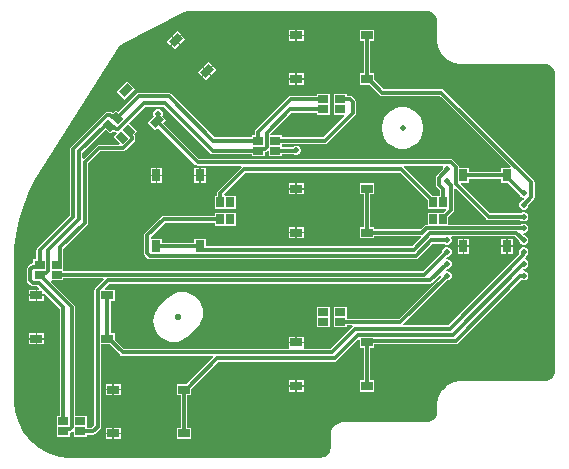
<source format=gtl>
G04*
G04 #@! TF.GenerationSoftware,Altium Limited,Altium Designer,24.4.1 (13)*
G04*
G04 Layer_Physical_Order=1*
G04 Layer_Color=255*
%FSLAX44Y44*%
%MOMM*%
G71*
G04*
G04 #@! TF.SameCoordinates,756635CD-87F4-41CE-B67A-FD93177F9C21*
G04*
G04*
G04 #@! TF.FilePolarity,Positive*
G04*
G01*
G75*
%ADD12R,0.7000X1.0000*%
G04:AMPARAMS|DCode=13|XSize=1mm|YSize=0.7mm|CornerRadius=0mm|HoleSize=0mm|Usage=FLASHONLY|Rotation=45.000|XOffset=0mm|YOffset=0mm|HoleType=Round|Shape=Rectangle|*
%AMROTATEDRECTD13*
4,1,4,-0.1061,-0.6010,-0.6010,-0.1061,0.1061,0.6010,0.6010,0.1061,-0.1061,-0.6010,0.0*
%
%ADD13ROTATEDRECTD13*%

%ADD14R,1.0000X0.7000*%
%ADD15R,0.8500X0.6500*%
G04:AMPARAMS|DCode=16|XSize=0.65mm|YSize=0.85mm|CornerRadius=0mm|HoleSize=0mm|Usage=FLASHONLY|Rotation=45.000|XOffset=0mm|YOffset=0mm|HoleType=Round|Shape=Rectangle|*
%AMROTATEDRECTD16*
4,1,4,0.0707,-0.5303,-0.5303,0.0707,-0.0707,0.5303,0.5303,-0.0707,0.0707,-0.5303,0.0*
%
%ADD16ROTATEDRECTD16*%

%ADD17R,0.6500X0.8500*%
%ADD20C,0.3000*%
%ADD21C,0.5000*%
G04:AMPARAMS|DCode=22|XSize=0.5mm|YSize=0.5mm|CornerRadius=0.125mm|HoleSize=0mm|Usage=FLASHONLY|Rotation=45.000|XOffset=0mm|YOffset=0mm|HoleType=Round|Shape=RoundedRectangle|*
%AMROUNDEDRECTD22*
21,1,0.5000,0.2500,0,0,45.0*
21,1,0.2500,0.5000,0,0,45.0*
1,1,0.2500,0.1768,0.0000*
1,1,0.2500,0.0000,-0.1768*
1,1,0.2500,-0.1768,0.0000*
1,1,0.2500,0.0000,0.1768*
%
%ADD22ROUNDEDRECTD22*%
G36*
X352694Y378880D02*
X354374Y378184D01*
X355887Y377173D01*
X357173Y375887D01*
X358184Y374374D01*
X358880Y372694D01*
X359235Y370910D01*
Y355000D01*
X359245Y354950D01*
X359237Y354900D01*
X359327Y353064D01*
X359364Y352918D01*
Y352767D01*
X360080Y349166D01*
X360157Y348981D01*
X360196Y348784D01*
X361601Y345392D01*
X361713Y345225D01*
X361790Y345040D01*
X363829Y341987D01*
X363971Y341845D01*
X364083Y341678D01*
X366678Y339083D01*
X366845Y338971D01*
X366987Y338829D01*
X370040Y336790D01*
X370225Y336713D01*
X370392Y336601D01*
X373784Y335196D01*
X373981Y335157D01*
X374166Y335080D01*
X377767Y334364D01*
X377918D01*
X378064Y334327D01*
X379900Y334237D01*
X379950Y334245D01*
X380000Y334235D01*
X450910D01*
X452694Y333880D01*
X454374Y333184D01*
X455887Y332173D01*
X457173Y330887D01*
X458184Y329374D01*
X458880Y327694D01*
X459235Y325910D01*
Y325000D01*
Y75000D01*
Y74090D01*
X458880Y72306D01*
X458184Y70626D01*
X457173Y69113D01*
X455887Y67827D01*
X454374Y66816D01*
X452694Y66120D01*
X450910Y65765D01*
X380000D01*
X379950Y65755D01*
X379899Y65763D01*
X378057Y65672D01*
X377910Y65635D01*
X377759Y65635D01*
X374160Y64918D01*
X373974Y64841D01*
X373777Y64802D01*
X370387Y63396D01*
X370220Y63285D01*
X370034Y63208D01*
X366984Y61168D01*
X366842Y61026D01*
X366675Y60914D01*
X364080Y58319D01*
X363969Y58152D01*
X363827Y58010D01*
X361788Y54958D01*
X361711Y54772D01*
X361600Y54605D01*
X360196Y51215D01*
X360157Y51018D01*
X360080Y50832D01*
X359364Y47233D01*
Y47082D01*
X359327Y46935D01*
X359237Y45100D01*
X359245Y45050D01*
X359235Y45000D01*
X359235Y39090D01*
X358880Y37306D01*
X358184Y35626D01*
X357173Y34113D01*
X355887Y32827D01*
X354374Y31816D01*
X352694Y31120D01*
X350910Y30765D01*
X280000D01*
X279950Y30755D01*
X279899Y30763D01*
X279037Y30720D01*
X278890Y30683D01*
X278738Y30683D01*
X277062Y30348D01*
X276877Y30271D01*
X276680Y30232D01*
X275100Y29577D01*
X274933Y29465D01*
X274748Y29388D01*
X273327Y28438D01*
X273185Y28296D01*
X273018Y28184D01*
X271810Y26974D01*
X271699Y26807D01*
X271557Y26666D01*
X270607Y25244D01*
X270530Y25058D01*
X270419Y24891D01*
X269765Y23312D01*
X269726Y23115D01*
X269649Y22929D01*
X269316Y21252D01*
X269316Y21101D01*
X269279Y20955D01*
X269237Y20100D01*
X269245Y20050D01*
X269235Y20000D01*
X269235Y9090D01*
X268880Y7306D01*
X268184Y5626D01*
X267173Y4113D01*
X265887Y2827D01*
X264374Y1816D01*
X262694Y1120D01*
X260910Y765D01*
X49992D01*
X46766Y766D01*
X40367Y1609D01*
X34134Y3280D01*
X28172Y5750D01*
X22584Y8978D01*
X17464Y12907D01*
X12902Y17470D01*
X8973Y22590D01*
X5747Y28179D01*
X3278Y34142D01*
X1608Y40375D01*
X765Y46773D01*
Y50000D01*
Y164514D01*
X726Y164711D01*
X726Y164911D01*
X669Y165200D01*
X669Y169886D01*
X1308Y179635D01*
X2583Y189323D01*
X4490Y198906D01*
X7018Y208344D01*
X10159Y217596D01*
X13898Y226623D01*
X18220Y235386D01*
X20642Y239581D01*
X89043Y347497D01*
X89058Y347535D01*
X89085Y347565D01*
X89387Y348087D01*
X90122Y349041D01*
X90976Y349892D01*
X91932Y350625D01*
X92409Y350900D01*
X145320Y377965D01*
X145359Y377995D01*
X145406Y378011D01*
X145928Y378310D01*
X147041Y378769D01*
X148205Y379078D01*
X149398Y379235D01*
X150000D01*
X350000Y379235D01*
X350910D01*
X352694Y378880D01*
D02*
G37*
%LPC*%
G36*
X246270Y363270D02*
X240635D01*
Y359136D01*
X246270D01*
Y363270D01*
D02*
G37*
G36*
X239365D02*
X233730D01*
Y359136D01*
X239365D01*
Y363270D01*
D02*
G37*
G36*
X139192Y362101D02*
X135208Y358117D01*
X138132Y355193D01*
X142116Y359177D01*
X139192Y362101D01*
D02*
G37*
G36*
X246270Y357866D02*
X240635D01*
Y353730D01*
X246270D01*
Y357866D01*
D02*
G37*
G36*
X239365D02*
X233730D01*
Y353730D01*
X239365D01*
Y357866D01*
D02*
G37*
G36*
X143014Y358279D02*
X139030Y354295D01*
X141954Y351371D01*
X145938Y355355D01*
X143014Y358279D01*
D02*
G37*
G36*
X134310Y357219D02*
X130325Y353234D01*
X133249Y350310D01*
X137234Y354295D01*
X134310Y357219D01*
D02*
G37*
G36*
X138132Y353397D02*
X134147Y349412D01*
X137071Y346488D01*
X141056Y350473D01*
X138132Y353397D01*
D02*
G37*
G36*
X165355Y335938D02*
X161371Y331954D01*
X164295Y329030D01*
X168279Y333014D01*
X165355Y335938D01*
D02*
G37*
G36*
X169177Y332116D02*
X165193Y328131D01*
X168116Y325208D01*
X172101Y329192D01*
X169177Y332116D01*
D02*
G37*
G36*
X160473Y331055D02*
X156488Y327071D01*
X159412Y324147D01*
X163397Y328131D01*
X160473Y331055D01*
D02*
G37*
G36*
X246270Y326270D02*
X240635D01*
Y322135D01*
X246270D01*
Y326270D01*
D02*
G37*
G36*
X239365D02*
X233730D01*
Y322135D01*
X239365D01*
Y326270D01*
D02*
G37*
G36*
X164295Y327234D02*
X160310Y323249D01*
X163234Y320325D01*
X167218Y324310D01*
X164295Y327234D01*
D02*
G37*
G36*
X246270Y320865D02*
X240635D01*
Y316730D01*
X246270D01*
Y320865D01*
D02*
G37*
G36*
X239365D02*
X233730D01*
Y316730D01*
X239365D01*
Y320865D01*
D02*
G37*
G36*
X96766Y319675D02*
X87899Y310808D01*
X94645Y304062D01*
X103512Y312929D01*
X96766Y319675D01*
D02*
G37*
G36*
X132000Y309824D02*
X132000Y309824D01*
X106747D01*
X105666Y309609D01*
X104750Y308997D01*
X104750Y308997D01*
X89078Y293325D01*
X87172Y295231D01*
X84735Y292795D01*
X84508Y293022D01*
X83591Y293634D01*
X82510Y293850D01*
X82510Y293849D01*
X80025D01*
X80025Y293850D01*
X78944Y293634D01*
X78028Y293022D01*
X49003Y263997D01*
X48391Y263081D01*
X48176Y262000D01*
X48176Y262000D01*
Y206170D01*
X20753Y178747D01*
X20141Y177831D01*
X19926Y176750D01*
X19926Y176750D01*
Y168770D01*
X17230D01*
Y166420D01*
X16757Y165324D01*
X15677Y165109D01*
X14760Y164497D01*
X14760Y164497D01*
X13003Y162740D01*
X12391Y161824D01*
X12176Y160743D01*
X12176Y160742D01*
Y151000D01*
X12176Y151000D01*
X12391Y149919D01*
X13003Y149003D01*
X15003Y147003D01*
X15003Y147003D01*
X15919Y146391D01*
X17000Y146176D01*
X20830D01*
X22563Y144443D01*
X22077Y143270D01*
X20635D01*
Y139135D01*
X26410D01*
X27443Y139563D01*
X39926Y127080D01*
Y36270D01*
X37230D01*
Y27230D01*
Y18730D01*
X48270D01*
Y22181D01*
X49323Y22391D01*
X50240Y23003D01*
X50557Y23320D01*
X51730Y22834D01*
Y18730D01*
X62770D01*
Y20426D01*
X68250D01*
X68250Y20426D01*
X69331Y20641D01*
X70247Y21253D01*
X73997Y25003D01*
X74609Y25919D01*
X74824Y27000D01*
Y96730D01*
X82276D01*
X91003Y88003D01*
X91003Y88003D01*
X91919Y87391D01*
X93000Y87176D01*
X93000Y87176D01*
X169386D01*
X169912Y85906D01*
X147276Y63270D01*
X138730D01*
Y53730D01*
X142176D01*
Y26270D01*
X138730D01*
Y16730D01*
X151270D01*
Y26270D01*
X147824D01*
Y53730D01*
X151270D01*
Y59276D01*
X174170Y82176D01*
X272500D01*
X272500Y82176D01*
X273581Y82391D01*
X274497Y83003D01*
X292460Y100966D01*
X293730Y100440D01*
Y93730D01*
X297176D01*
Y66270D01*
X293730D01*
Y56730D01*
X306270D01*
Y66270D01*
X302824D01*
Y93730D01*
X306270D01*
Y97176D01*
X375000D01*
X375000Y97176D01*
X376081Y97391D01*
X376997Y98003D01*
X430495Y151501D01*
X431704Y151000D01*
X433296D01*
X434766Y151609D01*
X435891Y152734D01*
X436500Y154204D01*
Y155796D01*
X435891Y157266D01*
X434766Y158391D01*
X433296Y159000D01*
X433010D01*
X432382Y160270D01*
X432833Y160861D01*
X433435D01*
X434905Y161470D01*
X436030Y162595D01*
X436639Y164065D01*
Y165657D01*
X436030Y167127D01*
X434905Y168252D01*
X434295Y168505D01*
X433997Y170003D01*
X434114Y170120D01*
X434114Y170120D01*
X434727Y171036D01*
X434859Y171702D01*
X435891Y172734D01*
X436500Y174204D01*
Y175796D01*
X435891Y177266D01*
X434766Y178391D01*
X433296Y179000D01*
X431704D01*
X430234Y178391D01*
X429109Y177266D01*
X428500Y175796D01*
Y174204D01*
X429001Y172995D01*
X368830Y112824D01*
X331071D01*
X330588Y114094D01*
X367494Y151000D01*
X368296D01*
X369766Y151609D01*
X370891Y152734D01*
X371500Y154204D01*
Y155796D01*
X370891Y157266D01*
X369766Y158391D01*
X368296Y159000D01*
X367530D01*
X367024Y160159D01*
X367693Y161000D01*
X368296D01*
X369766Y161609D01*
X370891Y162734D01*
X371500Y164204D01*
Y165796D01*
X370891Y167266D01*
X369766Y168391D01*
X368296Y169000D01*
X367530D01*
X367024Y170160D01*
X367693Y171000D01*
X368296D01*
X369766Y171609D01*
X370891Y172734D01*
X371500Y174204D01*
Y175796D01*
X370891Y177266D01*
X369766Y178391D01*
X368296Y179000D01*
X366704D01*
X365234Y178391D01*
X364109Y177266D01*
X363500Y175796D01*
Y174994D01*
X347080Y158574D01*
X42770D01*
Y165727D01*
X42824Y166000D01*
Y177830D01*
X62997Y198003D01*
X62997Y198003D01*
X63609Y198919D01*
X63824Y200000D01*
Y249830D01*
X74170Y260176D01*
X93464D01*
X93464Y260176D01*
X94545Y260391D01*
X95462Y261003D01*
X102754Y268296D01*
X102754Y268296D01*
X103367Y269212D01*
X103582Y270293D01*
X103582Y270293D01*
Y272778D01*
X103367Y273859D01*
X102787Y274727D01*
X105231Y277172D01*
X98198Y284204D01*
X112170Y298176D01*
X127830D01*
X167253Y258753D01*
X168169Y258141D01*
X169250Y257926D01*
X169250Y257926D01*
X202230D01*
Y256230D01*
X213270D01*
Y259681D01*
X214323Y259891D01*
X215240Y260503D01*
X215557Y260820D01*
X216730Y260334D01*
Y256230D01*
X227770D01*
Y258051D01*
X237292D01*
X237734Y257609D01*
X239204Y257000D01*
X240796D01*
X242266Y257609D01*
X243391Y258734D01*
X244000Y260204D01*
Y261796D01*
X243391Y263266D01*
X242266Y264391D01*
X240796Y265000D01*
X239204D01*
X237734Y264391D01*
X237042Y263699D01*
X227770D01*
Y266426D01*
X264250D01*
X264250Y266426D01*
X265331Y266641D01*
X266247Y267253D01*
X289997Y291003D01*
X290609Y291919D01*
X290824Y293000D01*
X290824Y293000D01*
Y302000D01*
X290609Y303081D01*
X289997Y303997D01*
X289997Y303997D01*
X287747Y306247D01*
X286831Y306859D01*
X285750Y307074D01*
X285750Y307074D01*
X282770D01*
Y308770D01*
X271730D01*
Y299730D01*
Y291230D01*
X280576D01*
X281063Y290057D01*
X263080Y272074D01*
X227770D01*
Y273770D01*
X218331D01*
X218034Y275040D01*
X235920Y292926D01*
X257230D01*
Y291230D01*
X268270D01*
Y299730D01*
Y308770D01*
X257230D01*
Y307074D01*
X235250D01*
X235250Y307074D01*
X234169Y306859D01*
X233253Y306247D01*
X205753Y278747D01*
X205141Y277831D01*
X204926Y276750D01*
X204926Y276750D01*
Y273770D01*
X202230D01*
Y272074D01*
X170920D01*
X133997Y308997D01*
X133081Y309609D01*
X132000Y309824D01*
D02*
G37*
G36*
X331724Y297500D02*
X328276D01*
X324895Y296828D01*
X321711Y295508D01*
X318844Y293593D01*
X316407Y291156D01*
X314492Y288289D01*
X313172Y285105D01*
X312500Y281724D01*
Y278276D01*
X313172Y274895D01*
X314492Y271711D01*
X316407Y268844D01*
X318844Y266407D01*
X321711Y264492D01*
X324895Y263172D01*
X328276Y262500D01*
X331724D01*
X335105Y263172D01*
X338289Y264492D01*
X341156Y266407D01*
X343593Y268844D01*
X345508Y271711D01*
X346828Y274895D01*
X347500Y278276D01*
Y281724D01*
X346828Y285105D01*
X345508Y288289D01*
X343593Y291156D01*
X341156Y293593D01*
X338289Y295508D01*
X335105Y296828D01*
X331724Y297500D01*
D02*
G37*
G36*
X306270Y363270D02*
X293730D01*
Y353730D01*
X297176D01*
Y326270D01*
X293730D01*
Y316730D01*
X302276D01*
X311003Y308003D01*
X311919Y307391D01*
X313000Y307176D01*
X361830D01*
X421563Y247443D01*
X421077Y246270D01*
X413730D01*
Y242824D01*
X386270D01*
Y246270D01*
X377824D01*
Y247000D01*
X377609Y248081D01*
X376997Y248997D01*
X376997Y248997D01*
X372997Y252997D01*
X372081Y253609D01*
X371000Y253824D01*
X371000Y253824D01*
X157743D01*
X127238Y284329D01*
X129675Y286766D01*
X126516Y289924D01*
X126929Y290920D01*
Y292511D01*
X126320Y293981D01*
X125195Y295107D01*
X123725Y295716D01*
X122133D01*
X120663Y295107D01*
X119538Y293981D01*
X118929Y292511D01*
Y290920D01*
X119341Y289924D01*
X114062Y284645D01*
X120808Y277899D01*
X123244Y280335D01*
X154576Y249003D01*
X154577Y249003D01*
X155493Y248391D01*
X156574Y248176D01*
X156574Y248176D01*
X193481D01*
X193872Y247292D01*
X193912Y246906D01*
X173753Y226747D01*
X173141Y225831D01*
X172926Y224750D01*
X172926Y224750D01*
Y222770D01*
X171230D01*
Y211730D01*
X188770D01*
Y222770D01*
X179560D01*
X179034Y224040D01*
X197170Y242176D01*
X327830D01*
X351230Y218776D01*
Y211730D01*
X366440D01*
X366966Y210460D01*
X364776Y208270D01*
X351230D01*
Y198094D01*
X350270D01*
X349189Y197879D01*
X348273Y197267D01*
X348273Y197267D01*
X345330Y194324D01*
X306270D01*
Y196270D01*
X302824D01*
Y223730D01*
X306270D01*
Y233270D01*
X293730D01*
Y223730D01*
X297176D01*
Y196270D01*
X293730D01*
Y186730D01*
X306270D01*
Y188676D01*
X345386D01*
X345912Y187406D01*
X338330Y179824D01*
X163270D01*
Y186270D01*
X153730D01*
Y182824D01*
X126270D01*
Y186270D01*
X116824D01*
Y187830D01*
X128920Y199926D01*
X171230D01*
Y197230D01*
X188770D01*
Y208270D01*
X171230D01*
Y205574D01*
X127750D01*
X127750Y205574D01*
X126669Y205359D01*
X125753Y204747D01*
X112003Y190997D01*
X111391Y190081D01*
X111176Y189000D01*
X111176Y189000D01*
Y174000D01*
X111176Y174000D01*
X111391Y172919D01*
X112003Y172003D01*
X114003Y170003D01*
X114003Y170003D01*
X114919Y169391D01*
X116000Y169176D01*
X341000D01*
X341000Y169176D01*
X342081Y169391D01*
X342997Y170003D01*
X355170Y182176D01*
X364667D01*
X365234Y181609D01*
X366704Y181000D01*
X368296D01*
X369766Y181609D01*
X370891Y182734D01*
X371500Y184204D01*
Y185796D01*
X371040Y186906D01*
X371641Y188176D01*
X425330D01*
X428500Y185006D01*
Y184204D01*
X429109Y182734D01*
X430234Y181609D01*
X431704Y181000D01*
X433296D01*
X434766Y181609D01*
X435891Y182734D01*
X436500Y184204D01*
Y185796D01*
X435891Y187266D01*
X434766Y188391D01*
X433296Y189000D01*
X432693D01*
X432024Y189840D01*
X432530Y191000D01*
X433296D01*
X434766Y191609D01*
X435891Y192734D01*
X436500Y194204D01*
Y195796D01*
X435891Y197266D01*
X434766Y198391D01*
X433296Y199000D01*
X431704D01*
X430234Y198391D01*
X429937Y198094D01*
X368770D01*
Y204276D01*
X372997Y208503D01*
X372997Y208503D01*
X373609Y209419D01*
X373824Y210500D01*
Y228522D01*
X374998Y229008D01*
X401003Y203003D01*
X401003Y203003D01*
X401919Y202391D01*
X403000Y202176D01*
X429667D01*
X430234Y201609D01*
X431704Y201000D01*
X433296D01*
X434766Y201609D01*
X435891Y202734D01*
X436500Y204204D01*
Y205796D01*
X435891Y207266D01*
X434766Y208391D01*
X433296Y209000D01*
X431704D01*
X430234Y208391D01*
X429667Y207824D01*
X404170D01*
X379437Y232557D01*
X379924Y233730D01*
X386270D01*
Y237176D01*
X413730D01*
Y233730D01*
X419276D01*
X428500Y224506D01*
Y224204D01*
X429109Y222734D01*
X430234Y221609D01*
X431704Y221000D01*
X432470D01*
X432976Y219841D01*
X432307Y219000D01*
X431704D01*
X430234Y218391D01*
X429109Y217266D01*
X428500Y215796D01*
Y214204D01*
X429109Y212734D01*
X430234Y211609D01*
X431704Y211000D01*
X433296D01*
X434766Y211609D01*
X435891Y212734D01*
X436500Y214204D01*
Y215006D01*
X440997Y219503D01*
X440997Y219503D01*
X441609Y220419D01*
X441824Y221500D01*
X441824Y221500D01*
Y234000D01*
X441824Y234000D01*
X441609Y235081D01*
X440997Y235997D01*
X440997Y235997D01*
X364997Y311997D01*
X364081Y312609D01*
X363000Y312824D01*
X363000Y312824D01*
X314170D01*
X306270Y320724D01*
Y326270D01*
X302824D01*
Y353730D01*
X306270D01*
Y363270D01*
D02*
G37*
G36*
X163270Y246270D02*
X159135D01*
Y240635D01*
X163270D01*
Y246270D01*
D02*
G37*
G36*
X157865D02*
X153730D01*
Y240635D01*
X157865D01*
Y246270D01*
D02*
G37*
G36*
X126270D02*
X122135D01*
Y240635D01*
X126270D01*
Y246270D01*
D02*
G37*
G36*
X120865D02*
X116730D01*
Y240635D01*
X120865D01*
Y246270D01*
D02*
G37*
G36*
X163270Y239365D02*
X159135D01*
Y233730D01*
X163270D01*
Y239365D01*
D02*
G37*
G36*
X157865D02*
X153730D01*
Y233730D01*
X157865D01*
Y239365D01*
D02*
G37*
G36*
X126270Y239365D02*
X122135D01*
Y233730D01*
X126270D01*
Y239365D01*
D02*
G37*
G36*
X120865D02*
X116730D01*
Y233730D01*
X120865D01*
Y239365D01*
D02*
G37*
G36*
X246270Y233270D02*
X240635D01*
Y229136D01*
X246270D01*
Y233270D01*
D02*
G37*
G36*
X239365D02*
X233730D01*
Y229136D01*
X239365D01*
Y233270D01*
D02*
G37*
G36*
X246270Y227866D02*
X240635D01*
Y223730D01*
X246270D01*
Y227866D01*
D02*
G37*
G36*
X239365D02*
X233730D01*
Y223730D01*
X239365D01*
Y227866D01*
D02*
G37*
G36*
X246270Y196270D02*
X240635D01*
Y192135D01*
X246270D01*
Y196270D01*
D02*
G37*
G36*
X239365D02*
X233730D01*
Y192135D01*
X239365D01*
Y196270D01*
D02*
G37*
G36*
X246270Y190865D02*
X240635D01*
Y186730D01*
X246270D01*
Y190865D01*
D02*
G37*
G36*
X239365D02*
X233730D01*
Y186730D01*
X239365D01*
Y190865D01*
D02*
G37*
G36*
X386270Y186270D02*
X382136D01*
Y180635D01*
X386270D01*
Y186270D01*
D02*
G37*
G36*
X380866D02*
X376730D01*
Y180635D01*
X380866D01*
Y186270D01*
D02*
G37*
G36*
X423270D02*
X419135D01*
Y180635D01*
X423270D01*
Y186270D01*
D02*
G37*
G36*
X417865D02*
X413730D01*
Y180635D01*
X417865D01*
Y186270D01*
D02*
G37*
G36*
X423270Y179365D02*
X419135D01*
Y173730D01*
X423270D01*
Y179365D01*
D02*
G37*
G36*
X417865D02*
X413730D01*
Y173730D01*
X417865D01*
Y179365D01*
D02*
G37*
G36*
X386270Y179365D02*
X382136D01*
Y173730D01*
X386270D01*
Y179365D01*
D02*
G37*
G36*
X380866D02*
X376730D01*
Y173730D01*
X380866D01*
Y179365D01*
D02*
G37*
G36*
X19366Y143270D02*
X13730D01*
Y139135D01*
X19366D01*
Y143270D01*
D02*
G37*
G36*
X26270Y137865D02*
X20635D01*
Y133730D01*
X26270D01*
Y137865D01*
D02*
G37*
G36*
X19366D02*
X13730D01*
Y133730D01*
X19366D01*
Y137865D01*
D02*
G37*
G36*
X26270Y106270D02*
X20635D01*
Y102136D01*
X26270D01*
Y106270D01*
D02*
G37*
G36*
X19366D02*
X13730D01*
Y102136D01*
X19366D01*
Y106270D01*
D02*
G37*
G36*
X26270Y100866D02*
X20635D01*
Y96730D01*
X26270D01*
Y100866D01*
D02*
G37*
G36*
X19366D02*
X13730D01*
Y96730D01*
X19366D01*
Y100866D01*
D02*
G37*
G36*
X246270Y66270D02*
X240635D01*
Y62135D01*
X246270D01*
Y66270D01*
D02*
G37*
G36*
X239365D02*
X233730D01*
Y62135D01*
X239365D01*
Y66270D01*
D02*
G37*
G36*
X91270Y63270D02*
X85635D01*
Y59135D01*
X91270D01*
Y63270D01*
D02*
G37*
G36*
X84365D02*
X78730D01*
Y59135D01*
X84365D01*
Y63270D01*
D02*
G37*
G36*
X246270Y60865D02*
X240635D01*
Y56730D01*
X246270D01*
Y60865D01*
D02*
G37*
G36*
X239365D02*
X233730D01*
Y56730D01*
X239365D01*
Y60865D01*
D02*
G37*
G36*
X91270Y57865D02*
X85635D01*
Y53730D01*
X91270D01*
Y57865D01*
D02*
G37*
G36*
X84365D02*
X78730D01*
Y53730D01*
X84365D01*
Y57865D01*
D02*
G37*
G36*
X91270Y26270D02*
X85635D01*
Y22134D01*
X91270D01*
Y26270D01*
D02*
G37*
G36*
X84365D02*
X78730D01*
Y22134D01*
X84365D01*
Y26270D01*
D02*
G37*
G36*
X91270Y20864D02*
X85635D01*
Y16730D01*
X91270D01*
Y20864D01*
D02*
G37*
G36*
X84365D02*
X78730D01*
Y16730D01*
X84365D01*
Y20864D01*
D02*
G37*
%LPD*%
G36*
X82575Y275022D02*
X85016Y277462D01*
X85909Y276866D01*
X86990Y276651D01*
X87438D01*
X87924Y275477D01*
X85022Y272575D01*
X90600Y266998D01*
X90114Y265824D01*
X73000D01*
X73000Y265824D01*
X71919Y265609D01*
X71003Y264997D01*
X60094Y254088D01*
X58824Y254615D01*
Y258972D01*
X78725Y278873D01*
X82575Y275022D01*
D02*
G37*
G36*
X362645Y154354D02*
X362681Y154175D01*
X327080Y118574D01*
X282770D01*
Y128770D01*
X271730D01*
Y119730D01*
Y111230D01*
X282770D01*
Y112926D01*
X287179D01*
X287662Y111656D01*
X268830Y92824D01*
X247150D01*
X246270Y93730D01*
X246270Y94094D01*
Y97866D01*
X240000D01*
X233730D01*
Y94094D01*
X233730Y93730D01*
X232850Y92824D01*
X94170D01*
X86270Y100724D01*
Y106270D01*
X82824D01*
Y133730D01*
X86270D01*
Y143270D01*
X78365D01*
X77879Y144443D01*
X81612Y148176D01*
X353500D01*
X353500Y148176D01*
X354581Y148391D01*
X355497Y149003D01*
X361267Y154773D01*
X362645Y154354D01*
D02*
G37*
G36*
X77200Y151752D02*
X72841Y147393D01*
X72772Y147379D01*
X71856Y146767D01*
X71856Y146767D01*
X70003Y144915D01*
X69391Y143998D01*
X69176Y142917D01*
X69176Y142917D01*
Y28170D01*
X67080Y26074D01*
X62770D01*
Y36270D01*
X52824D01*
Y128500D01*
X52824Y128500D01*
X52609Y129581D01*
X51997Y130497D01*
X51997Y130497D01*
X32534Y149960D01*
X33060Y151230D01*
X42770D01*
Y152926D01*
X76714D01*
X77200Y151752D01*
D02*
G37*
%LPC*%
G36*
X268270Y128770D02*
X257230D01*
Y119730D01*
Y111230D01*
X268270D01*
Y119730D01*
Y128770D01*
D02*
G37*
G36*
X246270Y103270D02*
X240635D01*
Y99136D01*
X246270D01*
Y103270D01*
D02*
G37*
G36*
X239365D02*
X233730D01*
Y99136D01*
X239365D01*
Y103270D01*
D02*
G37*
G36*
X143535Y141120D02*
X140105Y140782D01*
X136806Y139782D01*
X133766Y138157D01*
X131101Y135970D01*
X124030Y128899D01*
X121843Y126234D01*
X120218Y123194D01*
X119218Y119895D01*
X118880Y116465D01*
X119218Y113034D01*
X120218Y109735D01*
X121843Y106695D01*
X124030Y104030D01*
X126695Y101843D01*
X129735Y100218D01*
X133034Y99218D01*
X136465Y98880D01*
X139895Y99218D01*
X143194Y100218D01*
X146234Y101843D01*
X148899Y104030D01*
X155970Y111101D01*
X158157Y113766D01*
X159782Y116806D01*
X160782Y120105D01*
X161120Y123535D01*
X160782Y126966D01*
X159782Y130265D01*
X158157Y133305D01*
X155970Y135970D01*
X153305Y138157D01*
X150265Y139782D01*
X146966Y140782D01*
X143535Y141120D01*
D02*
G37*
%LPD*%
G36*
X364460Y246906D02*
X364000Y245796D01*
Y244994D01*
X359003Y239997D01*
X358391Y239081D01*
X358176Y238000D01*
X358176Y238000D01*
Y232000D01*
X358176Y232000D01*
X358391Y230919D01*
X359003Y230003D01*
X361426Y227580D01*
Y222770D01*
X355224D01*
X331088Y246906D01*
X331128Y247292D01*
X331519Y248176D01*
X363859D01*
X364460Y246906D01*
D02*
G37*
D12*
X121500Y180000D02*
D03*
Y240000D02*
D03*
X158500Y180000D02*
D03*
Y240000D02*
D03*
X381500Y180000D02*
D03*
Y240000D02*
D03*
X418500Y180000D02*
D03*
Y240000D02*
D03*
D13*
X95705Y311868D02*
D03*
X138132Y354295D02*
D03*
X121868Y285705D02*
D03*
X164295Y328132D02*
D03*
D14*
X20000Y138500D02*
D03*
X80000D02*
D03*
X20000Y101500D02*
D03*
X80000D02*
D03*
X85000Y58500D02*
D03*
X145000D02*
D03*
X85000Y21500D02*
D03*
X145000D02*
D03*
X240000Y98500D02*
D03*
X300000D02*
D03*
X240000Y61500D02*
D03*
X300000D02*
D03*
X240000Y228500D02*
D03*
X300000D02*
D03*
X240000Y191500D02*
D03*
X300000D02*
D03*
X240000Y358500D02*
D03*
X300000D02*
D03*
X240000Y321500D02*
D03*
X300000D02*
D03*
D15*
X222250Y269250D02*
D03*
Y260750D02*
D03*
X207750Y269250D02*
D03*
Y260750D02*
D03*
X57250Y31750D02*
D03*
Y23250D02*
D03*
X42750Y31750D02*
D03*
Y23250D02*
D03*
X277250Y124250D02*
D03*
Y115750D02*
D03*
X262750Y124250D02*
D03*
Y115750D02*
D03*
X37250Y164250D02*
D03*
Y155750D02*
D03*
X22750Y164250D02*
D03*
Y155750D02*
D03*
X277250Y304250D02*
D03*
Y295750D02*
D03*
X262750Y304250D02*
D03*
Y295750D02*
D03*
D16*
X98132Y277879D02*
D03*
X92121Y271868D02*
D03*
X87879Y288132D02*
D03*
X81868Y282121D02*
D03*
D17*
X364250Y202750D02*
D03*
X355750D02*
D03*
X364250Y217250D02*
D03*
X355750D02*
D03*
X184250Y202750D02*
D03*
X175750D02*
D03*
X184250Y217250D02*
D03*
X175750D02*
D03*
D20*
X439000Y221500D02*
Y234000D01*
X313000Y310000D02*
X363000D01*
X439000Y234000D01*
X156574Y251000D02*
X371000D01*
X375000Y233000D02*
Y247000D01*
X371000Y251000D02*
X375000Y247000D01*
Y233000D02*
X403000Y205000D01*
X432500D01*
Y215000D02*
X439000Y221500D01*
X417000Y240000D02*
X432000Y225000D01*
X432500D01*
X300000Y321500D02*
Y358500D01*
Y321500D02*
X301500D01*
X313000Y310000D01*
X381500Y240000D02*
X417000D01*
X74212Y144770D02*
X80442Y151000D01*
X72000Y142917D02*
X73853Y144770D01*
X72000Y27000D02*
Y142917D01*
X73853Y144770D02*
X74212D01*
X68250Y23250D02*
X72000Y27000D01*
X89475Y279475D02*
X111000Y301000D01*
X129000D01*
X84343Y282121D02*
X86990Y279475D01*
X89475D01*
X341000Y172000D02*
X354000Y185000D01*
X367500D01*
X116000Y172000D02*
X341000D01*
X339500Y177000D02*
X353500Y191000D01*
X426500D01*
X160500Y177000D02*
X339500D01*
X350270Y195270D02*
X432230D01*
X432500Y195000D01*
X426500Y191000D02*
X432500Y185000D01*
X346500Y191500D02*
X350270Y195270D01*
X364250Y203750D02*
X371000Y210500D01*
X368000Y234459D02*
X371000Y231459D01*
Y210500D02*
Y231459D01*
X121868Y285705D02*
X156574Y251000D01*
X209500Y262500D02*
X213243D01*
X215000Y264257D02*
Y276000D01*
X213243Y262500D02*
X215000Y264257D01*
X56000Y260142D02*
X78686Y282828D01*
X56000Y203000D02*
Y260142D01*
X78686Y282828D02*
X81161D01*
X81868Y282121D01*
X175750Y217250D02*
Y224750D01*
X196000Y245000D01*
X329000D01*
X355750Y218250D01*
Y217250D02*
Y218250D01*
X300000Y191500D02*
Y228500D01*
X239875Y260875D02*
X240000Y261000D01*
X222250Y260750D02*
X222375Y260875D01*
X239875D01*
X22000Y149000D02*
X42750Y128250D01*
X15000Y151000D02*
X17000Y149000D01*
X22000D01*
X15000Y151000D02*
Y160743D01*
X42750Y31750D02*
Y128250D01*
X16757Y162500D02*
X21000D01*
X15000Y160743D02*
X16757Y162500D01*
X21000D02*
X22750Y164250D01*
X44500Y25000D02*
X48243D01*
X50000Y26757D02*
Y128500D01*
X42750Y23250D02*
X44500Y25000D01*
X48243D02*
X50000Y26757D01*
X23750Y155750D02*
X25500Y154000D01*
Y153000D02*
Y154000D01*
Y153000D02*
X50000Y128500D01*
X22750Y155750D02*
X23750D01*
X100757Y270293D02*
Y272778D01*
X98132Y275404D02*
X100757Y272778D01*
X73000Y263000D02*
X93464D01*
X100757Y270293D01*
X61000Y251000D02*
X73000Y263000D01*
X61000Y200000D02*
Y251000D01*
X40000Y179000D02*
X61000Y200000D01*
X30000Y177000D02*
X56000Y203000D01*
X40000Y166000D02*
Y179000D01*
X38250Y164250D02*
X40000Y166000D01*
X37250Y164250D02*
X38250D01*
X98132Y275404D02*
Y277879D01*
X82510Y291025D02*
X85404Y288132D01*
X51000Y262000D02*
X80025Y291025D01*
X51000Y205000D02*
Y262000D01*
X85404Y288132D02*
X87879D01*
X80025Y291025D02*
X82510D01*
X30000Y159257D02*
Y177000D01*
X24500Y157500D02*
X28243D01*
X22750Y155750D02*
X24500Y157500D01*
X28243D02*
X30000Y159257D01*
X22750Y176750D02*
X51000Y205000D01*
X22750Y164250D02*
Y176750D01*
X106747Y307000D02*
X132000D01*
X87879Y288132D02*
X106747Y307000D01*
X132000D02*
X169750Y269250D01*
X129000Y301000D02*
X169250Y260750D01*
X222250Y269250D02*
X264250D01*
X169250Y260750D02*
X207750D01*
X169750Y269250D02*
X207750D01*
X81868Y282121D02*
X84343D01*
X234750Y295750D02*
X262750D01*
X215000Y276000D02*
X234750Y295750D01*
X207750Y260750D02*
X209500Y262500D01*
X207750Y269250D02*
Y276750D01*
X235250Y304250D02*
X262750D01*
X207750Y276750D02*
X235250Y304250D01*
X264250Y269250D02*
X288000Y293000D01*
Y302000D01*
X285750Y304250D02*
X288000Y302000D01*
X277250Y304250D02*
X285750D01*
X361000Y232000D02*
X364250Y228750D01*
X361000Y238000D02*
X368000Y245000D01*
X361000Y232000D02*
Y238000D01*
X364250Y217250D02*
Y228750D01*
Y202750D02*
Y203750D01*
X368000Y234459D02*
Y235000D01*
X158500Y179000D02*
Y180000D01*
Y179000D02*
X160500Y177000D01*
X114000Y174000D02*
X116000Y172000D01*
X114000Y174000D02*
Y189000D01*
X127750Y202750D01*
X175750D01*
X353500Y151000D02*
X367500Y165000D01*
X80442Y151000D02*
X353500D01*
X37250Y155750D02*
X348250D01*
X367500Y175000D01*
X57250Y23250D02*
X68250D01*
X300000Y98500D02*
X301500Y100000D01*
X375000D02*
X429617Y154617D01*
X301500Y100000D02*
X375000D01*
X370000Y110000D02*
X432117Y172117D01*
X328250Y115750D02*
X367500Y155000D01*
X290000Y110000D02*
X370000D01*
X270000Y90000D02*
X290000Y110000D01*
X277250Y115750D02*
X328250D01*
X292500Y105000D02*
X372500D01*
X432361Y164861D01*
X272500Y85000D02*
X292500Y105000D01*
X300000Y191500D02*
X346500D01*
X95705Y311868D02*
Y311868D01*
X121500Y180000D02*
X157000D01*
X432117Y174617D02*
X432500Y175000D01*
X432117Y172117D02*
Y174617D01*
X432361Y164861D02*
X432639D01*
X429617Y154617D02*
X432117D01*
X432500Y155000D01*
X93000Y90000D02*
X270000D01*
X173000Y85000D02*
X272500D01*
X146500Y58500D02*
X173000Y85000D01*
X145000Y58500D02*
X146500D01*
X145000Y21500D02*
Y58500D01*
X81500Y101500D02*
X93000Y90000D01*
X80000Y101500D02*
Y138500D01*
Y101500D02*
X81500D01*
X300000Y61500D02*
Y98500D01*
D21*
X330000Y280000D02*
D03*
X432500Y215000D02*
D03*
Y225000D02*
D03*
X339997Y259998D02*
D03*
X65000Y75000D02*
D03*
Y120000D02*
D03*
X99997Y139998D02*
D03*
X84997Y169998D02*
D03*
X24997Y49998D02*
D03*
X297500Y302500D02*
D03*
X307500Y287500D02*
D03*
X320000Y302500D02*
D03*
X350000Y242500D02*
D03*
X80000Y270000D02*
D03*
X429997Y319998D02*
D03*
X444997Y289998D02*
D03*
Y109998D02*
D03*
X429997Y79998D02*
D03*
X399997Y319998D02*
D03*
Y79998D02*
D03*
X369997Y319998D02*
D03*
Y79998D02*
D03*
X354997Y349998D02*
D03*
X339997Y319998D02*
D03*
Y199998D02*
D03*
Y139998D02*
D03*
Y79998D02*
D03*
X354997Y49998D02*
D03*
X324997Y349998D02*
D03*
X309997Y199998D02*
D03*
Y139998D02*
D03*
Y79998D02*
D03*
X279997Y199998D02*
D03*
Y139998D02*
D03*
Y79998D02*
D03*
X249997Y19998D02*
D03*
X219997Y139998D02*
D03*
Y19998D02*
D03*
X204997Y289998D02*
D03*
X189997Y19998D02*
D03*
X174997Y289998D02*
D03*
X159997Y139998D02*
D03*
X174997Y109998D02*
D03*
X159997Y79998D02*
D03*
Y19998D02*
D03*
X129997Y139998D02*
D03*
Y79998D02*
D03*
Y19998D02*
D03*
X99997Y199998D02*
D03*
X114997Y109998D02*
D03*
X84997Y229998D02*
D03*
X69997Y199998D02*
D03*
X39997Y259998D02*
D03*
X54997Y169998D02*
D03*
X24997Y229998D02*
D03*
X9997Y199998D02*
D03*
X262750Y295750D02*
D03*
X95705Y311868D02*
D03*
X122929Y291716D02*
D03*
X37250Y164250D02*
D03*
X57250Y31750D02*
D03*
X262750Y115750D02*
D03*
X277250Y124250D02*
D03*
X262750D02*
D03*
X98132Y277879D02*
D03*
X240000Y261000D02*
D03*
X184250Y202750D02*
D03*
Y217250D02*
D03*
X175750D02*
D03*
X207750Y260750D02*
D03*
Y269250D02*
D03*
X222250D02*
D03*
X262750Y304250D02*
D03*
X277250D02*
D03*
X368000Y235000D02*
D03*
Y245000D02*
D03*
X92121Y271868D02*
D03*
X277250Y295750D02*
D03*
X355750Y202750D02*
D03*
X367500Y185000D02*
D03*
Y175000D02*
D03*
Y165000D02*
D03*
Y155000D02*
D03*
X432639Y164861D02*
D03*
X432500Y175000D02*
D03*
Y155000D02*
D03*
Y205000D02*
D03*
Y195000D02*
D03*
Y185000D02*
D03*
D22*
X140000Y120000D02*
D03*
M02*

</source>
